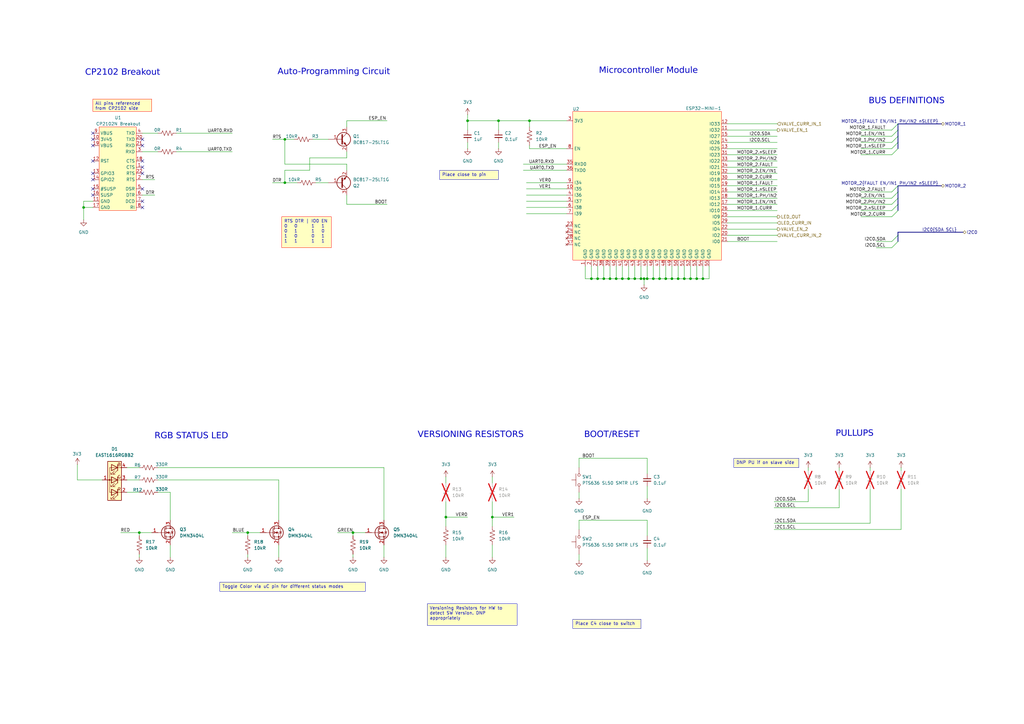
<source format=kicad_sch>
(kicad_sch (version 20231120) (generator "eeschema") (generator_version "8.0")
  (paper "A3")
  (title_block (title "${SHEETNAME}") (date "2024-11-22") (rev "1.0.0") (company "Demeter") (comment 1 "Akshat Doctor"))
  (lib_symbols
    (symbol "Demeter_Extra:CP2102_BREAKOUT"
      (property "Reference" "U8" (at 6.35 38.1 0))
      (property "Value" "CP2102N Breakout" (at -1.27 35.56 0))
      (symbol "CP2102_BREAKOUT_1_1"
        (rectangle (start 0 34.29) (end 15.24 0) (stroke (width 0) (color 255 0 0 1)) (fill (type background)))
        (pin passive line (at 17.78 17.78 180) (length 2.54) (name "CTS") (number "1"))
        (pin passive line (at -2.54 29.21 0) (length 2.54) (name "3V45") (number "10"))
        (pin passive line (at -2.54 3.81 0) (length 2.54) (name "GND") (number "11"))
        (pin passive line (at -2.54 20.32 0) (length 2.54) (name "RST") (number "12"))
        (pin passive line (at -2.54 15.24 0) (length 2.54) (name "GPIO3") (number "13"))
        (pin passive line (at -2.54 12.7 0) (length 2.54) (name "GPIO2") (number "14"))
        (pin passive line (at -2.54 8.89 0) (length 2.54) (name "#SUSP") (number "15"))
        (pin passive line (at -2.54 6.35 0) (length 2.54) (name "SUSP") (number "16"))
        (pin passive line (at -2.54 1.27 0) (length 2.54) (name "GND") (number "17"))
        (pin input line (at 17.78 20.32 180) (length 2.54) (name "CTS") (number "18"))
        (pin passive line (at -2.54 26.67 0) (length 2.54) (name "VBUS") (number "19"))
        (pin passive line (at 17.78 12.7 180) (length 2.54) (name "RTS") (number "2"))
        (pin input line (at 17.78 29.21 180) (length 2.54) (name "TXD") (number "20"))
        (pin input line (at 17.78 26.67 180) (length 2.54) (name "RXD") (number "21"))
        (pin input line (at 17.78 15.24 180) (length 2.54) (name "RTS") (number "22"))
        (pin passive line (at 17.78 24.13 180) (length 2.54) (name "RXD") (number "3"))
        (pin passive line (at 17.78 31.75 180) (length 2.54) (name "TXD") (number "4"))
        (pin passive line (at 17.78 8.89 180) (length 2.54) (name "DSR") (number "5"))
        (pin passive line (at 17.78 6.35 180) (length 2.54) (name "DTR") (number "6"))
        (pin passive line (at 17.78 3.81 180) (length 2.54) (name "DCD") (number "7"))
        (pin passive line (at 17.78 1.27 180) (length 2.54) (name "RI") (number "8"))
        (pin passive line (at -2.54 31.75 0) (length 2.54) (name "VBUS") (number "9"))
      )
    )
    (symbol "Demeter_Extra:ESP32-MINI-1"
      (property "Reference" "U" (at 1.016 61.976 0))
      (property "Value" "ESP32-MINI-1" (at 53.594 61.976 0))
      (symbol "ESP32-MINI-1_1_1"
        (rectangle (start 0 60.96) (end 60.96 0) (stroke (width 0) (color 255 0 0 1)) (fill (type background)))
        (pin passive line (at 5.08 -2.54 90) (length 2.54) (name "GND") (number "1"))
        (pin passive line (at -2.54 29.21 0) (length 2.54) (name "I35") (number "10"))
        (pin passive line (at 63.5 53.34 180) (length 2.54) (name "IO32") (number "11"))
        (pin passive line (at 63.5 55.88 180) (length 2.54) (name "IO33") (number "12"))
        (pin passive line (at 63.5 45.72 180) (length 2.54) (name "IO25") (number "13"))
        (pin passive line (at 63.5 48.26 180) (length 2.54) (name "IO26") (number "14"))
        (pin passive line (at 63.5 50.8 180) (length 2.54) (name "IO27") (number "15"))
        (pin passive line (at 63.5 27.94 180) (length 2.54) (name "IO14") (number "16"))
        (pin passive line (at 63.5 22.86 180) (length 2.54) (name "IO12") (number "17"))
        (pin passive line (at 63.5 25.4 180) (length 2.54) (name "IO13") (number "18"))
        (pin passive line (at 63.5 30.48 180) (length 2.54) (name "IO15") (number "19"))
        (pin passive line (at 7.62 -2.54 90) (length 2.54) (name "GND") (number "2"))
        (pin passive line (at 63.5 10.16 180) (length 2.54) (name "IO2") (number "20"))
        (pin passive line (at 63.5 7.62 180) (length 2.54) (name "IO0") (number "21"))
        (pin passive line (at 63.5 12.7 180) (length 2.54) (name "IO4") (number "22"))
        (pin no_connect line (at -2.54 13.97 0) (length 2.54) (name "NC") (number "23"))
        (pin no_connect line (at -2.54 11.43 0) (length 2.54) (name "NC") (number "24"))
        (pin passive line (at 63.5 17.78 180) (length 2.54) (name "IO9") (number "25"))
        (pin passive line (at 63.5 20.32 180) (length 2.54) (name "IO10") (number "26"))
        (pin passive line (at 10.16 -2.54 90) (length 2.54) (name "GND") (number "27"))
        (pin no_connect line (at -2.54 8.89 0) (length 2.54) (name "NC") (number "28"))
        (pin passive line (at 63.5 15.24 180) (length 2.54) (name "IO5") (number "29"))
        (pin passive line (at -2.54 57.15 0) (length 2.54) (name "3V3") (number "3"))
        (pin passive line (at 63.5 33.02 180) (length 2.54) (name "IO18") (number "30"))
        (pin passive line (at 63.5 43.18 180) (length 2.54) (name "IO23") (number "31"))
        (pin passive line (at 63.5 35.56 180) (length 2.54) (name "IO19") (number "32"))
        (pin passive line (at 63.5 40.64 180) (length 2.54) (name "IO22") (number "33"))
        (pin passive line (at 63.5 38.1 180) (length 2.54) (name "IO21") (number "34"))
        (pin passive line (at -2.54 39.37 0) (length 2.54) (name "RXD0") (number "35"))
        (pin passive line (at -2.54 36.83 0) (length 2.54) (name "TXD0") (number "36"))
        (pin no_connect line (at -2.54 6.35 0) (length 2.54) (name "NC") (number "37"))
        (pin passive line (at 12.7 -2.54 90) (length 2.54) (name "GND") (number "38"))
        (pin passive line (at 15.24 -2.54 90) (length 2.54) (name "GND") (number "39"))
        (pin passive line (at -2.54 26.67 0) (length 2.54) (name "I36") (number "4"))
        (pin passive line (at 17.78 -2.54 90) (length 2.54) (name "GND") (number "40"))
        (pin passive line (at 20.32 -2.54 90) (length 2.54) (name "GND") (number "41"))
        (pin passive line (at 22.86 -2.54 90) (length 2.54) (name "GND") (number "42"))
        (pin passive line (at 25.4 -2.54 90) (length 2.54) (name "GND") (number "43"))
        (pin passive line (at 27.94 -2.54 90) (length 2.54) (name "GND") (number "44"))
        (pin passive line (at 30.48 -2.54 90) (length 2.54) (name "GND") (number "45"))
        (pin passive line (at 33.02 -2.54 90) (length 2.54) (name "GND") (number "46"))
        (pin passive line (at 35.56 -2.54 90) (length 2.54) (name "GND") (number "47"))
        (pin passive line (at 38.1 -2.54 90) (length 2.54) (name "GND") (number "48"))
        (pin passive line (at 40.64 -2.54 90) (length 2.54) (name "GND") (number "49"))
        (pin passive line (at -2.54 24.13 0) (length 2.54) (name "I37") (number "5"))
        (pin passive line (at 43.18 -2.54 90) (length 2.54) (name "GND") (number "50"))
        (pin passive line (at 45.72 -2.54 90) (length 2.54) (name "GND") (number "51"))
        (pin passive line (at 48.26 -2.54 90) (length 2.54) (name "GND") (number "52"))
        (pin passive line (at 50.8 -2.54 90) (length 2.54) (name "GND") (number "53"))
        (pin passive line (at 53.34 -2.54 90) (length 2.54) (name "GND") (number "54"))
        (pin passive line (at 55.88 -2.54 90) (length 2.54) (name "GND") (number "55"))
        (pin passive line (at -2.54 21.59 0) (length 2.54) (name "I38") (number "6"))
        (pin passive line (at -2.54 19.05 0) (length 2.54) (name "I39") (number "7"))
        (pin passive line (at -2.54 45.72 0) (length 2.54) (name "EN") (number "8"))
        (pin passive line (at -2.54 31.75 0) (length 2.54) (name "I34") (number "9"))
      )
    )
    (symbol "Device:C_Small" (pin_numbers hide) (pin_names (offset 0.254) hide)
      (property "Reference" "C" (at 0.254 1.778 0))
      (property "Value" "C_Small" (at 0.254 -2.032 0))
      (symbol "C_Small_0_1"
        (polyline (pts (xy -1.524 -0.508) (xy 1.524 -0.508)) (stroke (width 0.3302)))
        (polyline (pts (xy -1.524 0.508) (xy 1.524 0.508)) (stroke (width 0.3048)))
      )
      (symbol "C_Small_1_1"
        (pin passive line (at 0 2.54 270) (length 2.032) (name "~") (number "1"))
        (pin passive line (at 0 -2.54 90) (length 2.032) (name "~") (number "2"))
      )
    )
    (symbol "Device:LED_ARGB" (pin_names (offset 0) hide)
      (property "Reference" "D" (at 0 9.398 0))
      (property "Value" "LED_ARGB" (at 0 -8.89 0))
      (symbol "LED_ARGB_0_0"
        (text "B" (at -1.905 -6.35 0) (effects (font (size 1.27 1.27))))
        (text "G" (at -1.905 -1.27 0) (effects (font (size 1.27 1.27))))
        (text "R" (at -1.905 3.81 0) (effects (font (size 1.27 1.27))))
      )
      (symbol "LED_ARGB_0_1"
        (polyline (pts (xy -1.27 -5.08) (xy -2.54 -5.08)))
        (polyline (pts (xy -1.27 -5.08) (xy 1.27 -5.08)))
        (polyline (pts (xy -1.27 -3.81) (xy -1.27 -6.35)) (stroke (width 0.254)))
        (polyline (pts (xy -1.27 0) (xy -2.54 0)))
        (polyline (pts (xy -1.27 1.27) (xy -1.27 -1.27)) (stroke (width 0.254)))
        (polyline (pts (xy -1.27 5.08) (xy -2.54 5.08)))
        (polyline (pts (xy -1.27 5.08) (xy 1.27 5.08)))
        (polyline (pts (xy -1.27 6.35) (xy -1.27 3.81)) (stroke (width 0.254)))
        (polyline (pts (xy 1.27 0) (xy -1.27 0)))
        (polyline (pts (xy 1.27 0) (xy 2.54 0)))
        (polyline (pts (xy -1.27 1.27) (xy -1.27 -1.27) (xy -1.27 -1.27)))
        (polyline (pts (xy -1.27 6.35) (xy -1.27 3.81) (xy -1.27 3.81)))
        (polyline (pts (xy 1.27 -5.08) (xy 2.032 -5.08) (xy 2.032 5.08) (xy 1.27 5.08)))
        (polyline (pts (xy 1.27 -3.81) (xy 1.27 -6.35) (xy -1.27 -5.08) (xy 1.27 -3.81)) (stroke (width 0.254)))
        (polyline (pts (xy 1.27 1.27) (xy 1.27 -1.27) (xy -1.27 0) (xy 1.27 1.27)) (stroke (width 0.254)))
        (polyline (pts (xy 1.27 6.35) (xy 1.27 3.81) (xy -1.27 5.08) (xy 1.27 6.35)) (stroke (width 0.254)))
        (polyline (pts (xy -1.016 -3.81) (xy 0.508 -2.286) (xy -0.254 -2.286) (xy 0.508 -2.286) (xy 0.508 -3.048)))
        (polyline (pts (xy -1.016 1.27) (xy 0.508 2.794) (xy -0.254 2.794) (xy 0.508 2.794) (xy 0.508 2.032)))
        (polyline (pts (xy -1.016 6.35) (xy 0.508 7.874) (xy -0.254 7.874) (xy 0.508 7.874) (xy 0.508 7.112)))
        (polyline (pts (xy 0 -3.81) (xy 1.524 -2.286) (xy 0.762 -2.286) (xy 1.524 -2.286) (xy 1.524 -3.048)))
        (polyline (pts (xy 0 1.27) (xy 1.524 2.794) (xy 0.762 2.794) (xy 1.524 2.794) (xy 1.524 2.032)))
        (polyline (pts (xy 0 6.35) (xy 1.524 7.874) (xy 0.762 7.874) (xy 1.524 7.874) (xy 1.524 7.112)))
        (rectangle (start 1.27 -1.27) (end 1.27 1.27))
        (rectangle (start 1.27 1.27) (end 1.27 1.27))
        (rectangle (start 1.27 3.81) (end 1.27 6.35))
        (rectangle (start 1.27 6.35) (end 1.27 6.35))
        (circle (center 2.032 0) (radius 0.254) (fill (type outline)))
        (rectangle (start 2.794 8.382) (end -2.794 -7.62) (stroke (width 0.254)) (fill (type background)))
      )
      (symbol "LED_ARGB_1_1"
        (pin passive line (at 5.08 0 180) (length 2.54) (name "A") (number "1"))
        (pin passive line (at -5.08 5.08 0) (length 2.54) (name "RK") (number "2"))
        (pin passive line (at -5.08 0 0) (length 2.54) (name "GK") (number "3"))
        (pin passive line (at -5.08 -5.08 0) (length 2.54) (name "BK") (number "4"))
      )
    )
    (symbol "Device:R_US" (pin_numbers hide) (pin_names (offset 0))
      (property "Reference" "R" (at 2.54 0 90))
      (property "Value" "R_US" (at -2.54 0 90))
      (symbol "R_US_0_1"
        (polyline (pts (xy 0 -2.286) (xy 0 -2.54)))
        (polyline (pts (xy 0 2.286) (xy 0 2.54)))
        (polyline (pts (xy 0 -0.762) (xy 1.016 -1.143) (xy 0 -1.524) (xy -1.016 -1.905) (xy 0 -2.286)))
        (polyline (pts (xy 0 0.762) (xy 1.016 0.381) (xy 0 0) (xy -1.016 -0.381) (xy 0 -0.762)))
        (polyline (pts (xy 0 2.286) (xy 1.016 1.905) (xy 0 1.524) (xy -1.016 1.143) (xy 0 0.762)))
      )
      (symbol "R_US_1_1"
        (pin passive line (at 0 3.81 270) (length 1.27) (name "~") (number "1"))
        (pin passive line (at 0 -3.81 90) (length 1.27) (name "~") (number "2"))
      )
    )
    (symbol "Switch:SW_Push" (pin_numbers hide) (pin_names (offset 1.016) hide)
      (property "Reference" "SW" (at 1.27 2.54 0))
      (property "Value" "SW_Push" (at 0 -1.524 0))
      (symbol "SW_Push_0_1"
        (circle (center -2.032 0) (radius 0.508))
        (polyline (pts (xy 0 1.27) (xy 0 3.048)))
        (polyline (pts (xy 2.54 1.27) (xy -2.54 1.27)))
        (circle (center 2.032 0) (radius 0.508))
        (pin passive line (at -5.08 0 0) (length 2.54) (name "1") (number "1"))
        (pin passive line (at 5.08 0 180) (length 2.54) (name "2") (number "2"))
      )
    )
    (symbol "Transistor_BJT:BC817" (pin_names (offset 0) hide)
      (property "Reference" "Q" (at 5.08 1.905 0))
      (property "Value" "BC817" (at 5.08 0 0))
      (symbol "BC817_0_1"
        (polyline (pts (xy 0.635 0.635) (xy 2.54 2.54)))
        (polyline (pts (xy 0.635 -0.635) (xy 2.54 -2.54) (xy 2.54 -2.54)))
        (polyline (pts (xy 0.635 1.905) (xy 0.635 -1.905) (xy 0.635 -1.905)) (stroke (width 0.508)))
        (polyline (pts (xy 1.27 -1.778) (xy 1.778 -1.27) (xy 2.286 -2.286) (xy 1.27 -1.778) (xy 1.27 -1.778)) (fill (type outline)))
        (circle (center 1.27 0) (radius 2.8194) (stroke (width 0.254)))
      )
      (symbol "BC817_1_1"
        (pin input line (at -5.08 0 0) (length 5.715) (name "B") (number "1"))
        (pin passive line (at 2.54 -5.08 90) (length 2.54) (name "E") (number "2"))
        (pin passive line (at 2.54 5.08 270) (length 2.54) (name "C") (number "3"))
      )
    )
    (symbol "Transistor_FET:DMN3404L" (pin_names hide)
      (property "Reference" "Q" (at 5.08 1.905 0))
      (property "Value" "DMN3404L" (at 5.08 0 0))
      (symbol "DMN3404L_0_1"
        (polyline (pts (xy 0.254 0) (xy -2.54 0)))
        (polyline (pts (xy 0.254 1.905) (xy 0.254 -1.905)) (stroke (width 0.254)))
        (polyline (pts (xy 0.762 -1.27) (xy 0.762 -2.286)) (stroke (width 0.254)))
        (polyline (pts (xy 0.762 0.508) (xy 0.762 -0.508)) (stroke (width 0.254)))
        (polyline (pts (xy 0.762 2.286) (xy 0.762 1.27)) (stroke (width 0.254)))
        (polyline (pts (xy 2.54 2.54) (xy 2.54 1.778)))
        (polyline (pts (xy 2.54 -2.54) (xy 2.54 0) (xy 0.762 0)))
        (polyline (pts (xy 0.762 -1.778) (xy 3.302 -1.778) (xy 3.302 1.778) (xy 0.762 1.778)))
        (polyline (pts (xy 1.016 0) (xy 2.032 0.381) (xy 2.032 -0.381) (xy 1.016 0)) (fill (type outline)))
        (polyline (pts (xy 2.794 0.508) (xy 2.921 0.381) (xy 3.683 0.381) (xy 3.81 0.254)))
        (polyline (pts (xy 3.302 0.381) (xy 2.921 -0.254) (xy 3.683 -0.254) (xy 3.302 0.381)))
        (circle (center 1.651 0) (radius 2.794) (stroke (width 0.254)))
        (circle (center 2.54 -1.778) (radius 0.254) (fill (type outline)))
        (circle (center 2.54 1.778) (radius 0.254) (fill (type outline)))
      )
      (symbol "DMN3404L_1_1"
        (pin input line (at -5.08 0 0) (length 2.54) (name "G") (number "1"))
        (pin passive line (at 2.54 -5.08 90) (length 2.54) (name "S") (number "2"))
        (pin passive line (at 2.54 5.08 270) (length 2.54) (name "D") (number "3"))
      )
    )
    (symbol "power:+3V3" (power) (pin_numbers hide) (pin_names (offset 0) hide)
      (property "Value" "+3V3" (at 0 3.556 0))
      (symbol "+3V3_0_1"
        (polyline (pts (xy -0.762 1.27) (xy 0 2.54)))
        (polyline (pts (xy 0 0) (xy 0 2.54)))
        (polyline (pts (xy 0 2.54) (xy 0.762 1.27)))
      )
      (symbol "+3V3_1_1"
        (pin power_in line (at 0 0 90) (length 0) (name "~") (number "1"))
      )
    )
    (symbol "power:GND" (power) (pin_numbers hide) (pin_names (offset 0) hide)
      (property "Value" "GND" (at 0 -3.81 0))
      (symbol "GND_0_1"
        (polyline (pts (xy 0 0) (xy 0 -1.27) (xy 1.27 -1.27) (xy 0 -2.54) (xy -1.27 -1.27) (xy 0 -1.27)))
      )
      (symbol "GND_1_1"
        (pin power_in line (at 0 0 270) (length 0) (name "~") (number "1"))
      )
    )
    (symbol "power:VBUS" (power) (pin_numbers hide) (pin_names (offset 0) hide)
      (property "Value" "VBUS" (at 0 3.556 0))
      (symbol "VBUS_0_1"
        (polyline (pts (xy -0.762 1.27) (xy 0 2.54)))
        (polyline (pts (xy 0 0) (xy 0 2.54)))
        (polyline (pts (xy 0 2.54) (xy 0.762 1.27)))
      )
      (symbol "VBUS_1_1"
        (pin power_in line (at 0 0 90) (length 0) (name "~") (number "1"))
      )
    )
  )
  (junction (at 257.81 114.3))
  (junction (at 252.73 114.3))
  (junction (at 280.67 114.3))
  (junction (at 247.65 114.3))
  (junction (at 201.93 212.09))
  (junction (at 288.29 114.3))
  (junction (at 34.29 85.09))
  (junction (at 264.16 114.3))
  (junction (at 273.05 114.3))
  (junction (at 285.75 114.3))
  (junction (at 270.51 114.3))
  (junction (at 217.17 49.53))
  (junction (at 267.97 114.3))
  (junction (at 204.47 49.53))
  (junction (at 250.19 114.3))
  (junction (at 101.6 218.44))
  (junction (at 265.43 114.3))
  (junction (at 283.21 114.3))
  (junction (at 116.84 57.15))
  (junction (at 182.88 212.09))
  (junction (at 255.27 114.3))
  (junction (at 191.77 49.53))
  (junction (at 144.78 218.44))
  (junction (at 262.89 114.3))
  (junction (at 260.35 114.3))
  (junction (at 278.13 114.3))
  (junction (at 275.59 114.3))
  (junction (at 57.15 218.44))
  (junction (at 242.57 114.3))
  (junction (at 116.84 74.93))
  (junction (at 245.11 114.3))
  (no_connect (at 58.42 85.09))
  (no_connect (at 38.1 59.69))
  (no_connect (at 38.1 54.61))
  (no_connect (at 38.1 57.15))
  (no_connect (at 38.1 66.04))
  (no_connect (at 58.42 77.47))
  (no_connect (at 38.1 80.01))
  (no_connect (at 58.42 59.69))
  (no_connect (at 58.42 68.58))
  (no_connect (at 58.42 82.55))
  (no_connect (at 38.1 71.12))
  (no_connect (at 58.42 57.15))
  (no_connect (at 58.42 71.12))
  (no_connect (at 38.1 77.47))
  (no_connect (at 58.42 66.04))
  (no_connect (at 38.1 73.66))
  (bus_entry (at 368.3 50.8) (size -2.54 2.54))
  (bus_entry (at 368.3 83.82) (size -2.54 2.54))
  (bus_entry (at 368.3 76.2) (size -2.54 2.54))
  (bus_entry (at 368.3 81.28) (size -2.54 2.54))
  (bus_entry (at 368.3 53.34) (size -2.54 2.54))
  (bus_entry (at 368.3 99.06) (size -2.54 2.54))
  (bus_entry (at 368.3 55.88) (size -2.54 2.54))
  (bus_entry (at 368.3 78.74) (size -2.54 2.54))
  (bus_entry (at 368.3 60.96) (size -2.54 2.54))
  (bus_entry (at 368.3 96.52) (size -2.54 2.54))
  (bus_entry (at 368.3 86.36) (size -2.54 2.54))
  (bus_entry (at 368.3 58.42) (size -2.54 2.54))
  (wire (pts (xy 298.45 88.9) (xy 318.77 88.9)))
  (wire (pts (xy 298.45 99.06) (xy 318.77 99.06)))
  (wire (pts (xy 245.11 114.3) (xy 247.65 114.3)))
  (wire (pts (xy 144.78 218.44) (xy 149.86 218.44)))
  (wire (pts (xy 191.77 49.53) (xy 204.47 49.53)))
  (wire (pts (xy 217.17 49.53) (xy 232.41 49.53)))
  (wire (pts (xy 265.43 213.36) (xy 265.43 219.71)))
  (wire (pts (xy 242.57 109.22) (xy 242.57 114.3)))
  (wire (pts (xy 298.45 63.5) (xy 318.77 63.5)))
  (bus (pts (xy 368.3 78.74) (xy 368.3 76.2)))
  (wire (pts (xy 265.43 199.39) (xy 265.43 204.47)))
  (wire (pts (xy 353.06 60.96) (xy 365.76 60.96)))
  (wire (pts (xy 353.06 55.88) (xy 365.76 55.88)))
  (wire (pts (xy 298.45 73.66) (xy 318.77 73.66)))
  (wire (pts (xy 201.93 205.74) (xy 201.93 212.09)))
  (wire (pts (xy 245.11 109.22) (xy 245.11 114.3)))
  (wire (pts (xy 142.24 64.77) (xy 142.24 62.23)))
  (wire (pts (xy 298.45 96.52) (xy 318.77 96.52)))
  (wire (pts (xy 359.41 101.6) (xy 365.76 101.6)))
  (wire (pts (xy 116.84 74.93) (xy 116.84 69.85)))
  (wire (pts (xy 298.45 91.44) (xy 318.77 91.44)))
  (wire (pts (xy 265.43 114.3) (xy 267.97 114.3)))
  (wire (pts (xy 298.45 68.58) (xy 318.77 68.58)))
  (wire (pts (xy 273.05 109.22) (xy 273.05 114.3)))
  (wire (pts (xy 157.48 191.77) (xy 157.48 213.36)))
  (wire (pts (xy 353.06 63.5) (xy 365.76 63.5)))
  (wire (pts (xy 182.88 195.58) (xy 182.88 198.12)))
  (wire (pts (xy 214.63 69.85) (xy 232.41 69.85)))
  (wire (pts (xy 262.89 109.22) (xy 262.89 114.3)))
  (wire (pts (xy 204.47 49.53) (xy 217.17 49.53)))
  (wire (pts (xy 275.59 114.3) (xy 278.13 114.3)))
  (wire (pts (xy 191.77 58.42) (xy 191.77 60.96)))
  (wire (pts (xy 265.43 109.22) (xy 265.43 114.3)))
  (wire (pts (xy 298.45 76.2) (xy 318.77 76.2)))
  (wire (pts (xy 58.42 62.23) (xy 64.77 62.23)))
  (bus (pts (xy 368.3 76.2) (xy 386.08 76.2)))
  (wire (pts (xy 298.45 83.82) (xy 318.77 83.82)))
  (wire (pts (xy 369.57 200.66) (xy 369.57 217.17)))
  (wire (pts (xy 128.27 57.15) (xy 134.62 57.15)))
  (wire (pts (xy 260.35 114.3) (xy 262.89 114.3)))
  (wire (pts (xy 182.88 212.09) (xy 182.88 215.9)))
  (wire (pts (xy 57.15 218.44) (xy 62.23 218.44)))
  (wire (pts (xy 182.88 223.52) (xy 182.88 228.6)))
  (wire (pts (xy 267.97 109.22) (xy 267.97 114.3)))
  (wire (pts (xy 69.85 213.36) (xy 69.85 201.93)))
  (wire (pts (xy 72.39 62.23) (xy 95.25 62.23)))
  (bus (pts (xy 368.3 95.25) (xy 368.3 96.52)))
  (wire (pts (xy 278.13 109.22) (xy 278.13 114.3)))
  (wire (pts (xy 38.1 82.55) (xy 34.29 82.55)))
  (wire (pts (xy 285.75 114.3) (xy 288.29 114.3)))
  (wire (pts (xy 72.39 54.61) (xy 95.25 54.61)))
  (wire (pts (xy 182.88 205.74) (xy 182.88 212.09)))
  (wire (pts (xy 142.24 80.01) (xy 142.24 83.82)))
  (wire (pts (xy 298.45 55.88) (xy 318.77 55.88)))
  (wire (pts (xy 111.76 57.15) (xy 116.84 57.15)))
  (wire (pts (xy 215.9 77.47) (xy 232.41 77.47)))
  (wire (pts (xy 217.17 59.69) (xy 217.17 60.96)))
  (wire (pts (xy 353.06 53.34) (xy 365.76 53.34)))
  (wire (pts (xy 264.16 114.3) (xy 264.16 116.84)))
  (wire (pts (xy 247.65 114.3) (xy 250.19 114.3)))
  (wire (pts (xy 298.45 78.74) (xy 318.77 78.74)))
  (wire (pts (xy 369.57 191.77) (xy 369.57 193.04)))
  (wire (pts (xy 217.17 60.96) (xy 232.41 60.96)))
  (wire (pts (xy 52.07 196.85) (xy 57.15 196.85)))
  (wire (pts (xy 64.77 196.85) (xy 114.3 196.85)))
  (wire (pts (xy 283.21 109.22) (xy 283.21 114.3)))
  (bus (pts (xy 368.3 83.82) (xy 368.3 81.28)))
  (wire (pts (xy 353.06 58.42) (xy 365.76 58.42)))
  (wire (pts (xy 101.6 218.44) (xy 101.6 219.71)))
  (wire (pts (xy 237.49 213.36) (xy 265.43 213.36)))
  (wire (pts (xy 356.87 214.63) (xy 356.87 200.66)))
  (bus (pts (xy 368.3 81.28) (xy 368.3 78.74)))
  (wire (pts (xy 317.5 214.63) (xy 356.87 214.63)))
  (wire (pts (xy 34.29 85.09) (xy 34.29 90.17)))
  (wire (pts (xy 215.9 80.01) (xy 232.41 80.01)))
  (wire (pts (xy 356.87 191.77) (xy 356.87 193.04)))
  (wire (pts (xy 260.35 109.22) (xy 260.35 114.3)))
  (wire (pts (xy 204.47 49.53) (xy 204.47 53.34)))
  (wire (pts (xy 317.5 208.28) (xy 344.17 208.28)))
  (wire (pts (xy 298.45 58.42) (xy 318.77 58.42)))
  (wire (pts (xy 344.17 191.77) (xy 344.17 193.04)))
  (wire (pts (xy 280.67 114.3) (xy 283.21 114.3)))
  (wire (pts (xy 255.27 114.3) (xy 257.81 114.3)))
  (wire (pts (xy 116.84 57.15) (xy 116.84 67.31)))
  (wire (pts (xy 116.84 67.31) (xy 142.24 67.31)))
  (wire (pts (xy 285.75 109.22) (xy 285.75 114.3)))
  (wire (pts (xy 237.49 204.47) (xy 237.49 201.93)))
  (wire (pts (xy 57.15 218.44) (xy 57.15 219.71)))
  (bus (pts (xy 368.3 96.52) (xy 368.3 99.06)))
  (wire (pts (xy 142.24 67.31) (xy 142.24 69.85)))
  (wire (pts (xy 215.9 82.55) (xy 232.41 82.55)))
  (wire (pts (xy 247.65 109.22) (xy 247.65 114.3)))
  (wire (pts (xy 49.53 218.44) (xy 57.15 218.44)))
  (bus (pts (xy 368.3 83.82) (xy 368.3 86.36)))
  (wire (pts (xy 142.24 49.53) (xy 158.75 49.53)))
  (wire (pts (xy 95.25 218.44) (xy 101.6 218.44)))
  (wire (pts (xy 317.5 217.17) (xy 369.57 217.17)))
  (wire (pts (xy 252.73 109.22) (xy 252.73 114.3)))
  (wire (pts (xy 204.47 58.42) (xy 204.47 60.96)))
  (wire (pts (xy 41.91 196.85) (xy 31.75 196.85)))
  (wire (pts (xy 157.48 223.52) (xy 157.48 228.6)))
  (wire (pts (xy 127 69.85) (xy 127 64.77)))
  (wire (pts (xy 331.47 205.74) (xy 331.47 200.66)))
  (wire (pts (xy 265.43 187.96) (xy 265.43 194.31)))
  (wire (pts (xy 240.03 114.3) (xy 242.57 114.3)))
  (wire (pts (xy 201.93 212.09) (xy 210.82 212.09)))
  (wire (pts (xy 270.51 109.22) (xy 270.51 114.3)))
  (wire (pts (xy 215.9 85.09) (xy 232.41 85.09)))
  (wire (pts (xy 121.92 74.93) (xy 116.84 74.93)))
  (wire (pts (xy 317.5 205.74) (xy 331.47 205.74)))
  (wire (pts (xy 142.24 83.82) (xy 158.75 83.82)))
  (wire (pts (xy 114.3 196.85) (xy 114.3 213.36)))
  (wire (pts (xy 288.29 109.22) (xy 288.29 114.3)))
  (wire (pts (xy 52.07 191.77) (xy 57.15 191.77)))
  (bus (pts (xy 368.3 50.8) (xy 386.08 50.8)))
  (wire (pts (xy 298.45 53.34) (xy 318.77 53.34)))
  (wire (pts (xy 237.49 217.17) (xy 237.49 213.36)))
  (wire (pts (xy 34.29 85.09) (xy 38.1 85.09)))
  (wire (pts (xy 270.51 114.3) (xy 273.05 114.3)))
  (wire (pts (xy 250.19 109.22) (xy 250.19 114.3)))
  (wire (pts (xy 283.21 114.3) (xy 285.75 114.3)))
  (wire (pts (xy 298.45 71.12) (xy 318.77 71.12)))
  (wire (pts (xy 69.85 223.52) (xy 69.85 228.6)))
  (wire (pts (xy 353.06 88.9) (xy 365.76 88.9)))
  (wire (pts (xy 250.19 114.3) (xy 252.73 114.3)))
  (wire (pts (xy 58.42 80.01) (xy 63.5 80.01)))
  (wire (pts (xy 278.13 114.3) (xy 280.67 114.3)))
  (wire (pts (xy 237.49 191.77) (xy 237.49 187.96)))
  (bus (pts (xy 368.3 53.34) (xy 368.3 50.8)))
  (wire (pts (xy 273.05 114.3) (xy 275.59 114.3)))
  (wire (pts (xy 191.77 46.99) (xy 191.77 49.53)))
  (wire (pts (xy 353.06 86.36) (xy 365.76 86.36)))
  (wire (pts (xy 144.78 218.44) (xy 144.78 219.71)))
  (wire (pts (xy 264.16 114.3) (xy 265.43 114.3)))
  (wire (pts (xy 182.88 212.09) (xy 191.77 212.09)))
  (wire (pts (xy 257.81 109.22) (xy 257.81 114.3)))
  (wire (pts (xy 275.59 109.22) (xy 275.59 114.3)))
  (wire (pts (xy 298.45 93.98) (xy 318.77 93.98)))
  (wire (pts (xy 214.63 67.31) (xy 232.41 67.31)))
  (wire (pts (xy 331.47 191.77) (xy 331.47 193.04)))
  (bus (pts (xy 368.3 55.88) (xy 368.3 53.34)))
  (bus (pts (xy 368.3 95.25) (xy 394.97 95.25)))
  (wire (pts (xy 127 64.77) (xy 142.24 64.77)))
  (wire (pts (xy 58.42 54.61) (xy 64.77 54.61)))
  (wire (pts (xy 353.06 81.28) (xy 365.76 81.28)))
  (wire (pts (xy 298.45 66.04) (xy 318.77 66.04)))
  (wire (pts (xy 255.27 109.22) (xy 255.27 114.3)))
  (wire (pts (xy 237.49 229.87) (xy 237.49 227.33)))
  (wire (pts (xy 31.75 190.5) (xy 31.75 196.85)))
  (wire (pts (xy 240.03 109.22) (xy 240.03 114.3)))
  (wire (pts (xy 353.06 83.82) (xy 365.76 83.82)))
  (bus (pts (xy 368.3 58.42) (xy 368.3 60.96)))
  (wire (pts (xy 201.93 195.58) (xy 201.93 198.12)))
  (wire (pts (xy 257.81 114.3) (xy 260.35 114.3)))
  (wire (pts (xy 129.54 74.93) (xy 134.62 74.93)))
  (wire (pts (xy 242.57 114.3) (xy 245.11 114.3)))
  (wire (pts (xy 116.84 69.85) (xy 127 69.85)))
  (wire (pts (xy 267.97 114.3) (xy 270.51 114.3)))
  (wire (pts (xy 101.6 227.33) (xy 101.6 228.6)))
  (wire (pts (xy 111.76 74.93) (xy 116.84 74.93)))
  (wire (pts (xy 298.45 50.8) (xy 318.77 50.8)))
  (wire (pts (xy 298.45 60.96) (xy 318.77 60.96)))
  (wire (pts (xy 298.45 81.28) (xy 318.77 81.28)))
  (bus (pts (xy 368.3 58.42) (xy 368.3 55.88)))
  (wire (pts (xy 217.17 49.53) (xy 217.17 52.07)))
  (wire (pts (xy 237.49 187.96) (xy 265.43 187.96)))
  (wire (pts (xy 215.9 74.93) (xy 232.41 74.93)))
  (wire (pts (xy 101.6 218.44) (xy 106.68 218.44)))
  (wire (pts (xy 144.78 227.33) (xy 144.78 228.6)))
  (wire (pts (xy 191.77 49.53) (xy 191.77 53.34)))
  (wire (pts (xy 120.65 57.15) (xy 116.84 57.15)))
  (wire (pts (xy 252.73 114.3) (xy 255.27 114.3)))
  (wire (pts (xy 359.41 99.06) (xy 365.76 99.06)))
  (wire (pts (xy 58.42 73.66) (xy 63.5 73.66)))
  (wire (pts (xy 290.83 114.3) (xy 290.83 109.22)))
  (wire (pts (xy 215.9 87.63) (xy 232.41 87.63)))
  (wire (pts (xy 57.15 227.33) (xy 57.15 228.6)))
  (wire (pts (xy 298.45 86.36) (xy 318.77 86.36)))
  (wire (pts (xy 344.17 208.28) (xy 344.17 200.66)))
  (wire (pts (xy 142.24 52.07) (xy 142.24 49.53)))
  (wire (pts (xy 114.3 223.52) (xy 114.3 228.6)))
  (wire (pts (xy 138.43 218.44) (xy 144.78 218.44)))
  (wire (pts (xy 353.06 78.74) (xy 365.76 78.74)))
  (wire (pts (xy 280.67 109.22) (xy 280.67 114.3)))
  (wire (pts (xy 52.07 201.93) (xy 57.15 201.93)))
  (wire (pts (xy 64.77 201.93) (xy 69.85 201.93)))
  (wire (pts (xy 201.93 223.52) (xy 201.93 228.6)))
  (wire (pts (xy 262.89 114.3) (xy 264.16 114.3)))
  (wire (pts (xy 288.29 114.3) (xy 290.83 114.3)))
  (wire (pts (xy 201.93 215.9) (xy 201.93 212.09)))
  (wire (pts (xy 34.29 82.55) (xy 34.29 85.09)))
  (wire (pts (xy 64.77 191.77) (xy 157.48 191.77)))
  (wire (pts (xy 265.43 224.79) (xy 265.43 229.87)))
  (text_box "DNP PU if on slave side" (at 300.99 187.96 0) (size 26.67 3.81) (fill (type color) (color 255 255 194 1)) (effects (font (size 1.27 1.27)) (justify left top)))
  (text_box "Place close to pin" (at 180.34 69.85 0) (size 24.13 3.81) (fill (type color) (color 255 255 194 1)) (effects (font (size 1.27 1.27)) (justify left top)))
  (text_box "RTS DTR | IO0 EN\n0   0      1   1\n0   1      1   0\n1   0      0   1\n1   1      1   1" (at 115.57 88.9 0) (size 20.32 12.7) (stroke (width 0) (color 255 0 0 1)) (fill (type color) (color 255 255 194 1)) (effects (font (size 1.27 1.27)) (justify left top)))
  (text_box "Versioning Resistors for HW to detect SW Version. DNP appropriately" (at 175.26 247.65 0) (size 36.83 8.89) (fill (type color) (color 255 255 194 1)) (effects (font (size 1.27 1.27)) (justify left top)))
  (text_box "All pins referenced from CP2102 side" (at 38.1 40.64 0) (size 24.13 5.08) (stroke (width 0) (color 255 0 0 1)) (fill (type color) (color 255 255 194 1)) (effects (font (size 1.27 1.27)) (justify left top)))
  (text_box "Place C4 close to switch" (at 234.95 254 0) (size 27.94 3.81) (fill (type color) (color 255 255 194 1)) (effects (font (size 1.27 1.27)) (justify left top)))
  (text_box "Toggle Color via uC pin for different status modes" (at 90.17 238.76 0) (size 59.69 3.81) (fill (type color) (color 255 255 194 1)) (effects (font (size 1.27 1.27)) (justify left top)))
  (text "VERSIONING RESISTORS\n" (at 193.04 179.07 0) (effects (font (size 2.54 2.54))))
  (text "Auto-Programming Circuit\n" (at 136.906 30.226 0) (effects (font (size 2.54 2.54))))
  (text "PULLUPS\n" (at 350.52 178.562 0) (effects (font (size 2.54 2.54))))
  (text "BOOT/RESET" (at 250.952 179.07 0) (effects (font (size 2.54 2.54))))
  (text "RGB STATUS LED" (at 78.486 179.578 0) (effects (font (size 2.54 2.54))))
  (text "Microcontroller Module" (at 265.938 29.718 0) (effects (font (size 2.54 2.54))))
  (text "CP2102 Breakout\n" (at 50.292 30.48 0) (effects (font (size 2.54 2.54))))
  (text "BUS DEFINITIONS" (at 371.856 42.164 0) (effects (font (size 2.54 2.54))))
  (label "DTR" (at 59.69 80.01 0))
  (label "MOTOR_2{FAULT EN{slash}IN1 PH{slash}IN2 nSLEEP}" (at 384.81 76.2 180))
  (label "VER0" (at 226.06 74.93 180))
  (label "I2C0.SCL" (at 307.34 58.42 0))
  (label "MOTOR_1{FAULT EN{slash}IN1 PH{slash}IN2 nSLEEP}" (at 384.81 50.8 180))
  (label "MOTOR_2.PH{slash}IN2" (at 363.22 83.82 180))
  (label "RED" (at 53.34 218.44 180))
  (label "BOOT" (at 238.76 187.96 0))
  (label "MOTOR_1.PH{slash}IN2" (at 302.26 81.28 0))
  (label "I2C0.SDA" (at 326.39 205.74 180))
  (label "RTS" (at 111.76 57.15 0))
  (label "RTS" (at 59.69 73.66 0))
  (label "GREEN" (at 144.78 218.44 180))
  (label "MOTOR_1.EN{slash}IN1" (at 302.26 83.82 0))
  (label "MOTOR_1.PH{slash}IN2" (at 363.22 58.42 180))
  (label "VER1" (at 210.82 212.09 180))
  (label "MOTOR_2.EN{slash}IN1" (at 363.22 81.28 180))
  (label "I2C0.SCL" (at 363.22 101.6 180))
  (label "MOTOR_1.CURR" (at 363.22 63.5 180))
  (label "MOTOR_2.CURR" (at 363.22 88.9 180))
  (label "MOTOR_2.nSLEEP" (at 363.22 86.36 180))
  (label "BOOT" (at 302.26 99.06 0))
  (label "MOTOR_1.nSLEEP" (at 302.26 78.74 0))
  (label "MOTOR_2.CURR" (at 302.26 73.66 0))
  (label "ESP_EN" (at 220.98 60.96 0))
  (label "I2C0.SDA" (at 307.34 55.88 0))
  (label "VER1" (at 226.06 77.47 180))
  (label "MOTOR_2.nSLEEP" (at 302.26 63.5 0))
  (label "I2C0{SDA SCL}" (at 392.43 95.25 180))
  (label "MOTOR_1.nSLEEP" (at 363.22 60.96 180))
  (label "MOTOR_2.FAULT" (at 363.22 78.74 180))
  (label "I2C0.SCL" (at 326.39 208.28 180))
  (label "UART0.RXD" (at 227.33 67.31 180))
  (label "ESP_EN" (at 151.13 49.53 0))
  (label "MOTOR_1.FAULT" (at 302.26 76.2 0))
  (label "VER0" (at 191.77 212.09 180))
  (label "UART0.RXD" (at 85.09 54.61 0))
  (label "MOTOR_1.FAULT" (at 363.22 53.34 180))
  (label "UART0.TXD" (at 227.33 69.85 180))
  (label "ESP_EN" (at 238.76 213.36 0))
  (label "MOTOR_2.PH{slash}IN2" (at 302.26 66.04 0))
  (label "DTR" (at 111.76 74.93 0))
  (label "MOTOR_2.FAULT" (at 302.26 68.58 0))
  (label "UART0.TXD" (at 85.09 62.23 0))
  (label "MOTOR_2.EN{slash}IN1" (at 302.26 71.12 0))
  (label "BOOT" (at 153.67 83.82 0))
  (label "I2C0.SDA" (at 363.22 99.06 180))
  (label "MOTOR_1.CURR" (at 302.26 86.36 0))
  (label "I2C1.SDA" (at 326.39 214.63 180))
  (label "MOTOR_1.EN{slash}IN1" (at 363.22 55.88 180))
  (label "I2C1.SCL" (at 326.39 217.17 180))
  (label "BLUE" (at 100.33 218.44 180))
  (hierarchical_label "VALVE_EN_2" (shape output) (at 318.77 93.98 0))
  (hierarchical_label "VALVE_CURR_IN_1" (shape input) (at 318.77 50.8 0))
  (hierarchical_label "VALVE_CURR_IN_2" (shape input) (at 318.77 96.52 0))
  (hierarchical_label "LED_OUT" (shape output) (at 318.77 88.9 0))
  (hierarchical_label "MOTOR_2" (shape bidirectional) (at 386.08 76.2 0))
  (hierarchical_label "LED_CURR_IN" (shape input) (at 318.77 91.44 0))
  (hierarchical_label "I2C0" (shape bidirectional) (at 394.97 95.25 0))
  (hierarchical_label "MOTOR_1" (shape bidirectional) (at 386.08 50.8 0))
  (hierarchical_label "VALVE_EN_1" (shape output) (at 318.77 53.34 0))
  (symbol (lib_id "power:GND") (at 157.48 228.6 0) (unit 1)
    (property "Reference" "#PWR020" (effects (hide yes)))
    (property "Value" "GND" (at 157.48 233.68 0))
    (property "Description" "Power symbol creates a global label with name \"GND\" , ground" (effects (hide yes)))
  )
  (symbol (lib_id "Device:R_US") (at 144.78 223.52 0) (unit 1)
    (property "Reference" "R19" (at 147.32 222.2499 0) (effects (justify left)))
    (property "Value" "10kR" (at 147.32 224.7899 0) (effects (justify left)))
    (property "Description" "Resistor, US symbol" (effects (hide yes)))
  )
  (symbol (lib_id "power:VBUS") (at 344.17 191.77 0) (mirror y) (unit 1)
    (property "Reference" "#PWR08" (effects (hide yes)))
    (property "Value" "3V3" (at 344.17 186.69 0))
    (property "Description" "Power symbol creates a global label with name \"VBUS\"" (effects (hide yes)))
  )
  (symbol (lib_id "power:GND") (at 237.49 229.87 0) (unit 1)
    (property "Reference" "#PWR023" (effects (hide yes)))
    (property "Value" "GND" (at 237.49 234.95 0))
    (property "Description" "Power symbol creates a global label with name \"GND\" , ground" (effects (hide yes)))
  )
  (symbol (lib_id "Device:R_US") (at 68.58 54.61 90) (unit 1)
    (property "Reference" "R1" (at 73.406 53.34 90))
    (property "Value" "0R" (at 64.516 53.34 90))
    (property "Description" "Resistor, US symbol" (effects (hide yes)))
  )
  (symbol (lib_id "Demeter_Extra:ESP32-MINI-1") (at 234.95 106.68 0) (unit 1)
    (property "Reference" "U2" (at 236.22 44.704 0))
    (property "Value" "ESP32-MINI-1" (at 288.544 44.45 0))
    (property "Footprint" "ESP32-MINI-1" (effects (hide yes)))
    (property "Datasheet" "https://www.espressif.com/sites/default/files/documentation/esp32-mini-1_datasheet_en.pdf" (effects (hide yes)))
    (property "Description" "RF Module, ESP32-S3 SoC, Wi-Fi 802.11b/g/n, Bluetooth, BLE, 32-bit, 3.3V, SMD, onboard antenna" (effects (hide yes)))
  )
  (symbol (lib_id "Device:R_US") (at 201.93 201.93 0) (unit 1) (dnp yes)
    (property "Reference" "R14" (at 204.47 200.6599 0) (effects (justify left)))
    (property "Value" "10kR" (at 204.47 203.1999 0) (effects (justify left)))
    (property "Description" "Resistor, US symbol" (effects (hide yes)))
  )
  (symbol (lib_id "power:+3V3") (at 31.75 190.5 0) (unit 1)
    (property "Reference" "#PWR06" (effects (hide yes)))
    (property "Value" "3V3" (at 29.718 186.182 0) (effects (justify left)))
    (property "Description" "Power symbol creates a global label with name \"+3V3\"" (effects (hide yes)))
  )
  (symbol (lib_id "power:GND") (at 182.88 228.6 0) (unit 1)
    (property "Reference" "#PWR021" (effects (hide yes)))
    (property "Value" "GND" (at 182.88 233.68 0))
    (property "Description" "Power symbol creates a global label with name \"GND\" , ground" (effects (hide yes)))
  )
  (symbol (lib_id "Device:R_US") (at 68.58 62.23 90) (unit 1)
    (property "Reference" "R4" (at 73.406 60.96 90))
    (property "Value" "0R" (at 64.516 60.96 90))
    (property "Description" "Resistor, US symbol" (effects (hide yes)))
  )
  (symbol (lib_id "power:VBUS") (at 191.77 46.99 0) (mirror y) (unit 1)
    (property "Reference" "#PWR01" (effects (hide yes)))
    (property "Value" "3V3" (at 191.77 41.91 0))
    (property "Description" "Power symbol creates a global label with name \"VBUS\"" (effects (hide yes)))
  )
  (symbol (lib_id "power:GND") (at 264.16 116.84 0) (unit 1)
    (property "Reference" "#PWR05" (effects (hide yes)))
    (property "Value" "GND" (at 264.16 121.92 0))
    (property "Description" "Power symbol creates a global label with name \"GND\" , ground" (effects (hide yes)))
  )
  (symbol (lib_id "power:GND") (at 101.6 228.6 0) (unit 1)
    (property "Reference" "#PWR017" (effects (hide yes)))
    (property "Value" "GND" (at 101.6 233.68 0))
    (property "Description" "Power symbol creates a global label with name \"GND\" , ground" (effects (hide yes)))
  )
  (symbol (lib_id "Device:R_US") (at 344.17 196.85 0) (unit 1) (dnp yes)
    (property "Reference" "R9" (at 346.71 195.5799 0) (effects (justify left)))
    (property "Value" "10kR" (at 346.71 198.1199 0) (effects (justify left)))
    (property "Description" "Resistor, US symbol" (effects (hide yes)))
  )
  (symbol (lib_id "Device:R_US") (at 101.6 223.52 0) (unit 1)
    (property "Reference" "R18" (at 104.14 222.2499 0) (effects (justify left)))
    (property "Value" "10kR" (at 104.14 224.7899 0) (effects (justify left)))
    (property "Description" "Resistor, US symbol" (effects (hide yes)))
  )
  (symbol (lib_id "Switch:SW_Push") (at 237.49 222.25 90) (unit 1)
    (property "Reference" "SW2" (at 238.76 220.9799 90) (effects (justify right)))
    (property "Value" "PTS636 SL50 SMTR LFS" (at 238.76 223.5199 90) (effects (justify right)))
    (property "Description" "Push button switch, generic, two pins" (effects (hide yes)))
  )
  (symbol (lib_id "Device:R_US") (at 369.57 196.85 0) (unit 1) (dnp yes)
    (property "Reference" "R11" (at 372.11 195.5799 0) (effects (justify left)))
    (property "Value" "10kR" (at 372.11 198.1199 0) (effects (justify left)))
    (property "Description" "Resistor, US symbol" (effects (hide yes)))
  )
  (symbol (lib_id "Device:R_US") (at 60.96 196.85 90) (unit 1)
    (property "Reference" "R7" (at 56.388 195.834 90))
    (property "Value" "330R" (at 66.294 195.58 90))
    (property "Description" "Resistor, US symbol" (effects (hide yes)))
  )
  (symbol (lib_id "Transistor_FET:DMN3404L") (at 111.76 218.44 0) (unit 1)
    (property "Reference" "Q4" (at 118.11 217.1699 0) (effects (justify left)))
    (property "Value" "DMN3404L" (at 118.11 219.7099 0) (effects (justify left)))
    (property "Footprint" "Package_TO_SOT_SMD:SOT-23" (effects (hide yes)))
    (property "Datasheet" "http://www.diodes.com/assets/Datasheets/ds31787.pdf" (effects (hide yes)))
    (property "Description" "5.8A Id, 30V Vds, N-Channel MOSFET, SOT-23" (effects (hide yes)))
  )
  (symbol (lib_id "power:GND") (at 144.78 228.6 0) (unit 1)
    (property "Reference" "#PWR019" (effects (hide yes)))
    (property "Value" "GND" (at 144.78 233.68 0))
    (property "Description" "Power symbol creates a global label with name \"GND\" , ground" (effects (hide yes)))
  )
  (symbol (lib_id "Device:R_US") (at 125.73 74.93 90) (unit 1)
    (property "Reference" "R5" (at 130.556 73.66 90))
    (property "Value" "10kR" (at 120.65 73.66 90))
    (property "Description" "Resistor, US symbol" (effects (hide yes)))
  )
  (symbol (lib_id "power:VBUS") (at 356.87 191.77 0) (mirror y) (unit 1)
    (property "Reference" "#PWR09" (effects (hide yes)))
    (property "Value" "3V3" (at 356.87 186.69 0))
    (property "Description" "Power symbol creates a global label with name \"VBUS\"" (effects (hide yes)))
  )
  (symbol (lib_id "power:GND") (at 69.85 228.6 0) (unit 1)
    (property "Reference" "#PWR016" (effects (hide yes)))
    (property "Value" "GND" (at 69.85 233.68 0))
    (property "Description" "Power symbol creates a global label with name \"GND\" , ground" (effects (hide yes)))
  )
  (symbol (lib_id "Device:C_Small") (at 191.77 55.88 0) (unit 1)
    (property "Reference" "C1" (at 194.31 54.6162 0) (effects (justify left)))
    (property "Value" "1uF" (at 194.31 57.1562 0) (effects (justify left)))
    (property "Description" "Unpolarized capacitor, small symbol" (effects (hide yes)))
  )
  (symbol (lib_id "Device:R_US") (at 60.96 201.93 90) (unit 1)
    (property "Reference" "R12" (at 56.388 200.914 90))
    (property "Value" "330R" (at 66.294 200.66 90))
    (property "Description" "Resistor, US symbol" (effects (hide yes)))
  )
  (symbol (lib_id "Device:C_Small") (at 265.43 196.85 0) (unit 1)
    (property "Reference" "C3" (at 267.97 195.5862 0) (effects (justify left)))
    (property "Value" "0.1uF" (at 267.97 198.1262 0) (effects (justify left)))
    (property "Description" "Unpolarized capacitor, small symbol" (effects (hide yes)))
  )
  (symbol (lib_id "power:VBUS") (at 369.57 191.77 0) (mirror y) (unit 1)
    (property "Reference" "#PWR010" (effects (hide yes)))
    (property "Value" "3V3" (at 369.57 186.69 0))
    (property "Description" "Power symbol creates a global label with name \"VBUS\"" (effects (hide yes)))
  )
  (symbol (lib_id "power:VBUS") (at 201.93 195.58 0) (mirror y) (unit 1)
    (property "Reference" "#PWR012" (effects (hide yes)))
    (property "Value" "3V3" (at 201.93 190.5 0))
    (property "Description" "Power symbol creates a global label with name \"VBUS\"" (effects (hide yes)))
  )
  (symbol (lib_id "Device:R_US") (at 217.17 55.88 0) (unit 1)
    (property "Reference" "R2" (at 219.71 54.6099 0) (effects (justify left)))
    (property "Value" "10kR" (at 219.71 57.1499 0) (effects (justify left)))
    (property "Description" "Resistor, US symbol" (effects (hide yes)))
  )
  (symbol (lib_id "Device:R_US") (at 182.88 219.71 0) (unit 1)
    (property "Reference" "R15" (at 185.42 218.4399 0) (effects (justify left)))
    (property "Value" "10kR" (at 185.42 220.9799 0) (effects (justify left)))
    (property "Description" "Resistor, US symbol" (effects (hide yes)))
  )
  (symbol (lib_id "Device:C_Small") (at 204.47 55.88 0) (unit 1)
    (property "Reference" "C2" (at 207.01 54.6162 0) (effects (justify left)))
    (property "Value" "0.1uF" (at 207.01 57.1562 0) (effects (justify left)))
    (property "Description" "Unpolarized capacitor, small symbol" (effects (hide yes)))
  )
  (symbol (lib_id "power:VBUS") (at 331.47 191.77 0) (mirror y) (unit 1)
    (property "Reference" "#PWR07" (effects (hide yes)))
    (property "Value" "3V3" (at 331.47 186.69 0))
    (property "Description" "Power symbol creates a global label with name \"VBUS\"" (effects (hide yes)))
  )
  (symbol (lib_id "Transistor_BJT:BC817") (at 139.7 57.15 0) (unit 1)
    (property "Reference" "Q1" (at 144.78 55.8799 0) (effects (justify left)))
    (property "Value" "BC817-25LT1G" (at 144.78 58.4199 0) (effects (justify left)))
    (property "Footprint" "Package_TO_SOT_SMD:SOT-23" (effects (hide yes)))
    (property "Datasheet" "https://www.onsemi.com/pub/Collateral/BC818-D.pdf" (effects (hide yes)))
    (property "Description" "0.8A Ic, 45V Vce, NPN Transistor, SOT-23" (effects (hide yes)))
  )
  (symbol (lib_id "Device:R_US") (at 201.93 219.71 0) (unit 1)
    (property "Reference" "R16" (at 204.47 218.4399 0) (effects (justify left)))
    (property "Value" "10kR" (at 204.47 220.9799 0) (effects (justify left)))
    (property "Description" "Resistor, US symbol" (effects (hide yes)))
  )
  (symbol (lib_id "power:GND") (at 265.43 229.87 0) (unit 1)
    (property "Reference" "#PWR024" (effects (hide yes)))
    (property "Value" "GND" (at 265.43 234.95 0))
    (property "Description" "Power symbol creates a global label with name \"GND\" , ground" (effects (hide yes)))
  )
  (symbol (lib_id "Device:R_US") (at 331.47 196.85 0) (unit 1) (dnp yes)
    (property "Reference" "R8" (at 334.01 195.5799 0) (effects (justify left)))
    (property "Value" "10kR" (at 334.01 198.1199 0) (effects (justify left)))
    (property "Description" "Resistor, US symbol" (effects (hide yes)))
  )
  (symbol (lib_id "Transistor_FET:DMN3404L") (at 67.31 218.44 0) (unit 1)
    (property "Reference" "Q3" (at 73.66 217.1699 0) (effects (justify left)))
    (property "Value" "DMN3404L" (at 73.66 219.7099 0) (effects (justify left)))
    (property "Footprint" "Package_TO_SOT_SMD:SOT-23" (effects (hide yes)))
    (property "Datasheet" "http://www.diodes.com/assets/Datasheets/ds31787.pdf" (effects (hide yes)))
    (property "Description" "5.8A Id, 30V Vds, N-Channel MOSFET, SOT-23" (effects (hide yes)))
  )
  (symbol (lib_id "Device:R_US") (at 57.15 223.52 0) (unit 1)
    (property "Reference" "R17" (at 59.69 222.2499 0) (effects (justify left)))
    (property "Value" "10kR" (at 59.69 224.7899 0) (effects (justify left)))
    (property "Description" "Resistor, US symbol" (effects (hide yes)))
  )
  (symbol (lib_id "power:GND") (at 201.93 228.6 0) (unit 1)
    (property "Reference" "#PWR022" (effects (hide yes)))
    (property "Value" "GND" (at 201.93 233.68 0))
    (property "Description" "Power symbol creates a global label with name \"GND\" , ground" (effects (hide yes)))
  )
  (symbol (lib_id "Device:R_US") (at 356.87 196.85 0) (unit 1) (dnp yes)
    (property "Reference" "R10" (at 359.41 195.5799 0) (effects (justify left)))
    (property "Value" "10kR" (at 359.41 198.1199 0) (effects (justify left)))
    (property "Description" "Resistor, US symbol" (effects (hide yes)))
  )
  (symbol (lib_id "Transistor_BJT:BC817") (at 139.7 74.93 0) (mirror x) (unit 1)
    (property "Reference" "Q2" (at 144.78 76.2001 0) (effects (justify left)))
    (property "Value" "BC817-25LT1G" (at 144.78 73.6601 0) (effects (justify left)))
    (property "Footprint" "Package_TO_SOT_SMD:SOT-23" (effects (hide yes)))
    (property "Datasheet" "https://www.onsemi.com/pub/Collateral/BC818-D.pdf" (effects (hide yes)))
    (property "Description" "0.8A Ic, 45V Vce, NPN Transistor, SOT-23" (effects (hide yes)))
  )
  (symbol (lib_id "power:GND") (at 34.29 90.17 0) (mirror y) (unit 1)
    (property "Reference" "#PWR04" (effects (hide yes)))
    (property "Value" "GND" (at 34.29 95.25 0))
    (property "Description" "Power symbol creates a global label with name \"GND\" , ground" (effects (hide yes)))
  )
  (symbol (lib_id "Device:R_US") (at 60.96 191.77 90) (unit 1)
    (property "Reference" "R6" (at 56.388 190.754 90))
    (property "Value" "330R" (at 66.294 190.5 90))
    (property "Description" "Resistor, US symbol" (effects (hide yes)))
  )
  (symbol (lib_id "Device:R_US") (at 124.46 57.15 90) (unit 1)
    (property "Reference" "R3" (at 129.286 55.88 90))
    (property "Value" "10kR" (at 119.634 55.88 90))
    (property "Description" "Resistor, US symbol" (effects (hide yes)))
  )
  (symbol (lib_id "power:VBUS") (at 182.88 195.58 0) (mirror y) (unit 1)
    (property "Reference" "#PWR011" (effects (hide yes)))
    (property "Value" "3V3" (at 182.88 190.5 0))
    (property "Description" "Power symbol creates a global label with name \"VBUS\"" (effects (hide yes)))
  )
  (symbol (lib_id "Device:LED_ARGB") (at 46.99 196.85 180) (unit 1)
    (property "Reference" "D1" (at 46.99 184.15 0))
    (property "Value" "EAST1616RGBB2" (at 46.99 186.69 0))
    (property "Description" "RGB LED, anode/red/green/blue" (effects (hide yes)))
  )
  (symbol (lib_id "power:GND") (at 114.3 228.6 0) (unit 1)
    (property "Reference" "#PWR018" (effects (hide yes)))
    (property "Value" "GND" (at 114.3 233.68 0))
    (property "Description" "Power symbol creates a global label with name \"GND\" , ground" (effects (hide yes)))
  )
  (symbol (lib_id "Demeter_Extra:CP2102_BREAKOUT") (at 40.64 86.36 0) (unit 1)
    (property "Reference" "U1" (at 46.99 48.26 0) (effects (justify left)))
    (property "Value" "CP2102N Breakout" (at 39.37 50.8 0) (effects (justify left)))
  )
  (symbol (lib_id "power:GND") (at 191.77 60.96 0) (unit 1)
    (property "Reference" "#PWR02" (effects (hide yes)))
    (property "Value" "GND" (at 191.77 66.04 0))
    (property "Description" "Power symbol creates a global label with name \"GND\" , ground" (effects (hide yes)))
  )
  (symbol (lib_id "power:GND") (at 57.15 228.6 0) (unit 1)
    (property "Reference" "#PWR015" (effects (hide yes)))
    (property "Value" "GND" (at 57.15 233.68 0))
    (property "Description" "Power symbol creates a global label with name \"GND\" , ground" (effects (hide yes)))
  )
  (symbol (lib_id "Device:C_Small") (at 265.43 222.25 0) (unit 1)
    (property "Reference" "C4" (at 267.97 220.9862 0) (effects (justify left)))
    (property "Value" "0.1uF" (at 267.97 223.5262 0) (effects (justify left)))
    (property "Description" "Unpolarized capacitor, small symbol" (effects (hide yes)))
  )
  (symbol (lib_id "Transistor_FET:DMN3404L") (at 154.94 218.44 0) (unit 1)
    (property "Reference" "Q5" (at 161.29 217.1699 0) (effects (justify left)))
    (property "Value" "DMN3404L" (at 161.29 219.7099 0) (effects (justify left)))
    (property "Footprint" "Package_TO_SOT_SMD:SOT-23" (effects (hide yes)))
    (property "Datasheet" "http://www.diodes.com/assets/Datasheets/ds31787.pdf" (effects (hide yes)))
    (property "Description" "5.8A Id, 30V Vds, N-Channel MOSFET, SOT-23" (effects (hide yes)))
  )
  (symbol (lib_id "power:GND") (at 204.47 60.96 0) (unit 1)
    (property "Reference" "#PWR03" (effects (hide yes)))
    (property "Value" "GND" (at 204.47 66.04 0))
    (property "Description" "Power symbol creates a global label with name \"GND\" , ground" (effects (hide yes)))
  )
  (symbol (lib_id "power:GND") (at 265.43 204.47 0) (unit 1)
    (property "Reference" "#PWR014" (effects (hide yes)))
    (property "Value" "GND" (at 265.43 209.55 0))
    (property "Description" "Power symbol creates a global label with name \"GND\" , ground" (effects (hide yes)))
  )
  (symbol (lib_id "power:GND") (at 237.49 204.47 0) (unit 1)
    (property "Reference" "#PWR013" (effects (hide yes)))
    (property "Value" "GND" (at 237.49 209.55 0))
    (property "Description" "Power symbol creates a global label with name \"GND\" , ground" (effects (hide yes)))
  )
  (symbol (lib_id "Switch:SW_Push") (at 237.49 196.85 90) (unit 1)
    (property "Reference" "SW1" (at 238.76 195.5799 90) (effects (justify right)))
    (property "Value" "PTS636 SL50 SMTR LFS" (at 238.76 198.1199 90) (effects (justify right)))
    (property "Description" "Push button switch, generic, two pins" (effects (hide yes)))
  )
  (symbol (lib_id "Device:R_US") (at 182.88 201.93 0) (unit 1) (dnp yes)
    (property "Reference" "R13" (at 185.42 200.6599 0) (effects (justify left)))
    (property "Value" "10kR" (at 185.42 203.1999 0) (effects (justify left)))
    (property "Description" "Resistor, US symbol" (effects (hide yes)))
  )
)
</source>
